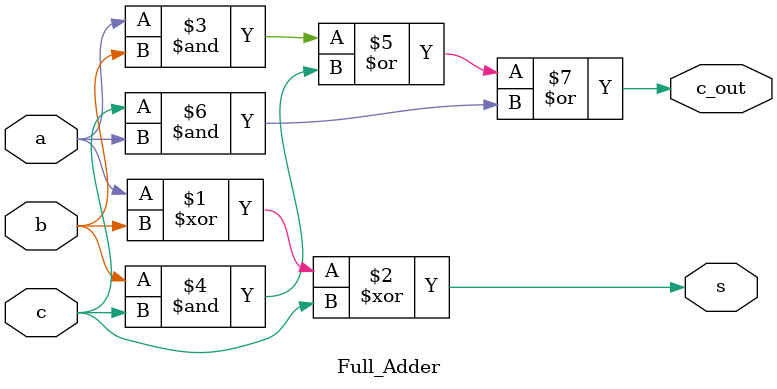
<source format=v>
module Full_Adder(
  input a,b,c,
  output s,c_out);

  assign s = a^b^c;
  assign c_out = (a&b)|(b&c)|(c&a);

endmodule

</source>
